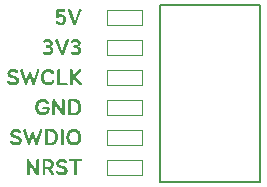
<source format=gto>
G04 #@! TF.GenerationSoftware,KiCad,Pcbnew,8.0.7*
G04 #@! TF.CreationDate,2025-01-15T21:05:11+03:00*
G04 #@! TF.ProjectId,Connector,436f6e6e-6563-4746-9f72-2e6b69636164,rev?*
G04 #@! TF.SameCoordinates,Original*
G04 #@! TF.FileFunction,Legend,Top*
G04 #@! TF.FilePolarity,Positive*
%FSLAX46Y46*%
G04 Gerber Fmt 4.6, Leading zero omitted, Abs format (unit mm)*
G04 Created by KiCad (PCBNEW 8.0.7) date 2025-01-15 21:05:11*
%MOMM*%
%LPD*%
G01*
G04 APERTURE LIST*
G04 Aperture macros list*
%AMRoundRect*
0 Rectangle with rounded corners*
0 $1 Rounding radius*
0 $2 $3 $4 $5 $6 $7 $8 $9 X,Y pos of 4 corners*
0 Add a 4 corners polygon primitive as box body*
4,1,4,$2,$3,$4,$5,$6,$7,$8,$9,$2,$3,0*
0 Add four circle primitives for the rounded corners*
1,1,$1+$1,$2,$3*
1,1,$1+$1,$4,$5*
1,1,$1+$1,$6,$7*
1,1,$1+$1,$8,$9*
0 Add four rect primitives between the rounded corners*
20,1,$1+$1,$2,$3,$4,$5,0*
20,1,$1+$1,$4,$5,$6,$7,0*
20,1,$1+$1,$6,$7,$8,$9,0*
20,1,$1+$1,$8,$9,$2,$3,0*%
G04 Aperture macros list end*
%ADD10C,0.120000*%
%ADD11C,0.127000*%
%ADD12C,0.140000*%
%ADD13RoundRect,0.050800X-0.300000X-1.000000X0.300000X-1.000000X0.300000X1.000000X-0.300000X1.000000X0*%
%ADD14RoundRect,0.050800X-0.350000X-2.100000X0.350000X-2.100000X0.350000X2.100000X-0.350000X2.100000X0*%
%ADD15RoundRect,0.050800X-1.500000X0.625000X-1.500000X-0.625000X1.500000X-0.625000X1.500000X0.625000X0*%
G04 APERTURE END LIST*
D10*
G36*
X154587890Y-110691330D02*
G01*
X154587890Y-111467905D01*
X154010177Y-110625267D01*
X153961978Y-110579427D01*
X153906027Y-110567293D01*
X153838405Y-110583800D01*
X153813000Y-110609425D01*
X153788827Y-110673517D01*
X153786035Y-110707508D01*
X153786035Y-111825857D01*
X153802544Y-111893051D01*
X153820752Y-111916188D01*
X153882749Y-111946001D01*
X153907712Y-111947871D01*
X153973690Y-111931846D01*
X153994673Y-111916188D01*
X154026662Y-111856081D01*
X154029389Y-111825857D01*
X154029389Y-111085684D01*
X154603394Y-111889898D01*
X154655638Y-111934052D01*
X154715296Y-111947871D01*
X154781875Y-111929463D01*
X154800571Y-111912143D01*
X154829437Y-111850573D01*
X154831243Y-111825857D01*
X154831243Y-110691330D01*
X154815771Y-110625555D01*
X154794504Y-110599313D01*
X154733550Y-110569215D01*
X154709567Y-110567293D01*
X154643589Y-110583590D01*
X154622606Y-110599313D01*
X154590674Y-110660928D01*
X154587890Y-110691330D01*
G37*
G36*
X155662246Y-110569650D02*
G01*
X155730775Y-110579159D01*
X155799266Y-110598302D01*
X155831045Y-110611064D01*
X155893909Y-110644325D01*
X155947907Y-110685263D01*
X155969973Y-110707850D01*
X156011292Y-110762219D01*
X156042620Y-110824129D01*
X156056739Y-110867699D01*
X156070799Y-110936835D01*
X156075651Y-111009847D01*
X156074067Y-111053509D01*
X156063180Y-111127547D01*
X156041844Y-111195616D01*
X156009925Y-111257582D01*
X155987654Y-111288053D01*
X155940301Y-111336983D01*
X155883340Y-111377804D01*
X155816456Y-111409931D01*
X156029137Y-111694069D01*
X156041402Y-111710882D01*
X156075651Y-111771928D01*
X156085089Y-111833272D01*
X156084075Y-111848237D01*
X156054079Y-111911132D01*
X156029283Y-111932099D01*
X155963412Y-111947871D01*
X155958399Y-111947777D01*
X155893978Y-111925625D01*
X155886182Y-111920001D01*
X155837690Y-111870348D01*
X155549845Y-111452737D01*
X155368172Y-111452737D01*
X155368172Y-111819116D01*
X155365490Y-111849901D01*
X155335478Y-111911132D01*
X155311934Y-111930556D01*
X155246495Y-111947871D01*
X155220395Y-111945591D01*
X155159535Y-111911132D01*
X155139869Y-111884976D01*
X155124818Y-111819116D01*
X155124818Y-111236011D01*
X155368172Y-111236011D01*
X155600066Y-111236011D01*
X155644527Y-111233149D01*
X155709872Y-111214837D01*
X155766234Y-111175678D01*
X155792814Y-111143510D01*
X155819324Y-111077658D01*
X155826230Y-111009847D01*
X155823203Y-110964589D01*
X155804196Y-110898013D01*
X155764549Y-110842330D01*
X155734567Y-110819790D01*
X155668801Y-110792338D01*
X155596359Y-110784020D01*
X155368172Y-110784020D01*
X155368172Y-111236011D01*
X155124818Y-111236011D01*
X155124818Y-110689307D01*
X155127603Y-110660103D01*
X155159535Y-110600325D01*
X155179291Y-110584700D01*
X155246495Y-110567293D01*
X155602089Y-110567293D01*
X155662246Y-110569650D01*
G37*
G36*
X156762906Y-111710247D02*
G01*
X156694237Y-111705838D01*
X156662464Y-111700473D01*
X156596266Y-111681566D01*
X156579548Y-111675193D01*
X156519281Y-111640487D01*
X156513823Y-111636095D01*
X156459240Y-111595712D01*
X156453827Y-111591267D01*
X156409336Y-111565988D01*
X156359114Y-111556213D01*
X156326420Y-111562280D01*
X156289681Y-111581492D01*
X156258672Y-111620590D01*
X156245190Y-111679238D01*
X156266424Y-111743279D01*
X156310915Y-111795522D01*
X156363189Y-111839747D01*
X156380349Y-111851473D01*
X156439215Y-111884513D01*
X156475061Y-111899672D01*
X156541531Y-111921764D01*
X156593031Y-111934389D01*
X156662590Y-111944795D01*
X156733078Y-111947860D01*
X156737964Y-111947871D01*
X156807339Y-111945534D01*
X156878785Y-111936973D01*
X156950024Y-111919376D01*
X156962106Y-111915177D01*
X157029027Y-111888017D01*
X157091231Y-111851214D01*
X157120522Y-111828216D01*
X157170508Y-111776678D01*
X157208423Y-111718390D01*
X157216920Y-111700473D01*
X157239313Y-111635301D01*
X157249416Y-111566743D01*
X157249951Y-111546438D01*
X157245099Y-111474695D01*
X157228807Y-111408008D01*
X157215234Y-111376900D01*
X157176061Y-111318970D01*
X157125971Y-111268443D01*
X157122544Y-111265671D01*
X157063096Y-111226025D01*
X156999333Y-111196888D01*
X156994800Y-111195227D01*
X156926986Y-111171878D01*
X156858963Y-111150987D01*
X156849867Y-111148376D01*
X156780837Y-111129557D01*
X156712757Y-111108343D01*
X156643918Y-111081756D01*
X156606513Y-111062764D01*
X156553423Y-111019487D01*
X156529400Y-110952039D01*
X156529327Y-110947491D01*
X156549142Y-110882631D01*
X156579548Y-110848060D01*
X156643210Y-110815661D01*
X156710047Y-110805891D01*
X156735942Y-110805254D01*
X156803437Y-110809378D01*
X156822902Y-110813006D01*
X156886606Y-110832556D01*
X156935142Y-110855812D01*
X156975588Y-110881092D01*
X157021765Y-110904685D01*
X157078053Y-110914460D01*
X157116477Y-110906708D01*
X157153216Y-110887159D01*
X157182203Y-110850082D01*
X157194000Y-110795480D01*
X157177532Y-110729912D01*
X157176473Y-110727731D01*
X157130093Y-110676162D01*
X157114792Y-110666050D01*
X157053107Y-110631154D01*
X156989936Y-110603903D01*
X156964128Y-110594595D01*
X156895330Y-110578254D01*
X156822885Y-110569568D01*
X156757176Y-110567293D01*
X156686452Y-110570670D01*
X156617967Y-110581228D01*
X156573818Y-110592572D01*
X156506866Y-110616920D01*
X156446776Y-110648506D01*
X156421132Y-110666050D01*
X156369036Y-110713381D01*
X156328407Y-110768647D01*
X156318668Y-110785705D01*
X156292404Y-110853141D01*
X156280887Y-110921652D01*
X156279906Y-110949514D01*
X156284859Y-111019192D01*
X156301795Y-111084775D01*
X156310915Y-111105570D01*
X156345716Y-111165229D01*
X156392146Y-111214776D01*
X156448560Y-111255518D01*
X156509480Y-111287079D01*
X156513823Y-111288928D01*
X156580453Y-111315715D01*
X156646182Y-111335889D01*
X156660779Y-111339824D01*
X156726277Y-111357177D01*
X156793340Y-111376712D01*
X156819195Y-111384652D01*
X156883502Y-111409163D01*
X156923345Y-111429480D01*
X156974577Y-111475060D01*
X156981318Y-111484083D01*
X156998778Y-111551141D01*
X156998845Y-111556213D01*
X156980568Y-111622791D01*
X156979296Y-111624635D01*
X156929368Y-111671901D01*
X156927389Y-111673171D01*
X156862585Y-111698221D01*
X156851889Y-111700473D01*
X156782987Y-111709729D01*
X156762906Y-111710247D01*
G37*
G36*
X158337628Y-110567293D02*
G01*
X157458588Y-110567293D01*
X157390998Y-110583646D01*
X157373650Y-110596280D01*
X157341819Y-110657894D01*
X157340619Y-110675825D01*
X157360960Y-110741157D01*
X157373650Y-110755033D01*
X157436649Y-110782620D01*
X157458588Y-110784020D01*
X157777442Y-110784020D01*
X157777442Y-111821138D01*
X157793144Y-111888659D01*
X157810137Y-111911806D01*
X157869570Y-111945057D01*
X157899119Y-111947871D01*
X157964449Y-111930924D01*
X157987765Y-111911806D01*
X158018049Y-111851574D01*
X158020796Y-111821138D01*
X158020796Y-110784020D01*
X158337628Y-110784020D01*
X158403605Y-110768996D01*
X158424588Y-110755033D01*
X158456085Y-110693600D01*
X158457283Y-110675825D01*
X158437102Y-110610159D01*
X158424588Y-110596280D01*
X158362591Y-110569121D01*
X158337628Y-110567293D01*
G37*
G36*
X155578495Y-106134439D02*
G01*
X155240429Y-106134439D01*
X155174094Y-106148190D01*
X155151447Y-106163426D01*
X155119644Y-106225213D01*
X155118415Y-106242971D01*
X155140513Y-106308576D01*
X155151447Y-106320156D01*
X155214012Y-106347316D01*
X155240429Y-106349143D01*
X155476031Y-106349143D01*
X155466322Y-106419789D01*
X155440876Y-106486739D01*
X155400181Y-106541833D01*
X155385026Y-106556095D01*
X155324985Y-106594950D01*
X155261018Y-106617844D01*
X155187363Y-106629065D01*
X155151447Y-106630247D01*
X155080140Y-106623780D01*
X155013091Y-106604828D01*
X154994716Y-106597216D01*
X154935737Y-106563460D01*
X154881271Y-106515990D01*
X154871354Y-106505200D01*
X154829963Y-106449572D01*
X154797692Y-106384774D01*
X154790123Y-106364648D01*
X154771404Y-106295697D01*
X154762536Y-106227131D01*
X154761137Y-106184997D01*
X154763953Y-106116724D01*
X154773777Y-106046797D01*
X154786079Y-105997595D01*
X154811886Y-105932862D01*
X154848575Y-105872170D01*
X154863601Y-105852324D01*
X154911815Y-105803966D01*
X154969391Y-105766833D01*
X154987301Y-105758286D01*
X155054050Y-105736032D01*
X155122959Y-105726109D01*
X155151447Y-105725254D01*
X155223303Y-105730871D01*
X155292161Y-105749298D01*
X155325367Y-105764353D01*
X155383675Y-105804132D01*
X155433118Y-105851623D01*
X155450752Y-105872210D01*
X155503369Y-105916289D01*
X155505017Y-105917039D01*
X155562991Y-105930858D01*
X155627652Y-105908579D01*
X155640177Y-105897489D01*
X155670575Y-105835314D01*
X155671186Y-105813226D01*
X155657703Y-105746826D01*
X155618831Y-105691407D01*
X155601415Y-105675033D01*
X155551594Y-105627882D01*
X155493896Y-105583561D01*
X155434799Y-105548433D01*
X155394800Y-105530099D01*
X155324443Y-105507327D01*
X155255329Y-105494226D01*
X155180681Y-105487944D01*
X155145717Y-105487293D01*
X155072005Y-105491018D01*
X155001058Y-105502370D01*
X154932920Y-105521622D01*
X154896296Y-105535829D01*
X154833418Y-105566687D01*
X154775063Y-105604058D01*
X154721278Y-105647899D01*
X154693389Y-105675033D01*
X154648907Y-105729026D01*
X154609909Y-105789493D01*
X154576440Y-105856029D01*
X154560252Y-105895467D01*
X154538733Y-105962004D01*
X154523597Y-106032143D01*
X154514655Y-106105821D01*
X154511716Y-106182975D01*
X154514623Y-106258375D01*
X154523344Y-106330647D01*
X154537880Y-106399443D01*
X154558230Y-106464416D01*
X154588282Y-106533694D01*
X154623539Y-106596638D01*
X154664405Y-106653473D01*
X154689681Y-106682491D01*
X154739592Y-106729515D01*
X154794517Y-106769676D01*
X154853871Y-106803468D01*
X154888544Y-106819672D01*
X154955286Y-106843363D01*
X155024902Y-106858936D01*
X155097708Y-106866750D01*
X155139650Y-106867871D01*
X155207503Y-106865048D01*
X155279148Y-106855231D01*
X155345655Y-106838555D01*
X155387048Y-106823717D01*
X155451201Y-106793106D01*
X155509392Y-106755707D01*
X155561189Y-106711642D01*
X155570743Y-106702040D01*
X155618297Y-106645214D01*
X155657159Y-106582160D01*
X155684668Y-106519019D01*
X155705997Y-106451381D01*
X155719427Y-106380879D01*
X155724956Y-106308007D01*
X155725114Y-106293192D01*
X155716770Y-106224298D01*
X155694442Y-106177245D01*
X155634171Y-106140340D01*
X155578495Y-106134439D01*
G37*
G36*
X156767963Y-105611330D02*
G01*
X156767963Y-106387905D01*
X156190250Y-105545267D01*
X156142052Y-105499427D01*
X156086100Y-105487293D01*
X156018479Y-105503800D01*
X155993073Y-105529425D01*
X155968900Y-105593517D01*
X155966109Y-105627508D01*
X155966109Y-106745857D01*
X155982617Y-106813051D01*
X156000825Y-106836188D01*
X156062823Y-106866001D01*
X156087786Y-106867871D01*
X156153763Y-106851846D01*
X156174746Y-106836188D01*
X156206736Y-106776081D01*
X156209463Y-106745857D01*
X156209463Y-106005684D01*
X156783468Y-106809898D01*
X156835711Y-106854052D01*
X156895370Y-106867871D01*
X156961948Y-106849463D01*
X156980645Y-106832143D01*
X157009510Y-106770573D01*
X157011317Y-106745857D01*
X157011317Y-105611330D01*
X156995844Y-105545555D01*
X156974578Y-105519313D01*
X156913623Y-105489215D01*
X156889640Y-105487293D01*
X156823662Y-105503590D01*
X156802680Y-105519313D01*
X156770747Y-105580928D01*
X156767963Y-105611330D01*
G37*
G36*
X157847234Y-105488429D02*
G01*
X157919142Y-105496196D01*
X157986921Y-105511322D01*
X158050795Y-105533807D01*
X158064757Y-105540131D01*
X158130608Y-105575802D01*
X158189719Y-105618582D01*
X158241905Y-105668966D01*
X158265554Y-105697780D01*
X158303866Y-105754648D01*
X158336669Y-105817795D01*
X158363919Y-105887041D01*
X158382784Y-105952914D01*
X158396024Y-106022453D01*
X158403828Y-106095404D01*
X158406388Y-106171515D01*
X158403512Y-106247537D01*
X158395012Y-106320114D01*
X158381077Y-106389595D01*
X158361897Y-106456327D01*
X158347336Y-106496243D01*
X158316420Y-106563138D01*
X158279876Y-106623895D01*
X158238197Y-106678783D01*
X158228268Y-106689815D01*
X158174678Y-106740318D01*
X158114743Y-106782971D01*
X158048772Y-106817650D01*
X158013784Y-106831968D01*
X157948018Y-106851794D01*
X157878593Y-106863822D01*
X157805419Y-106867871D01*
X157426569Y-106867871D01*
X157395781Y-106865749D01*
X157333879Y-106835177D01*
X157318642Y-106812529D01*
X157304892Y-106746194D01*
X157304892Y-106653504D01*
X157548246Y-106653504D01*
X157789914Y-106653504D01*
X157806575Y-106653186D01*
X157878784Y-106643534D01*
X157946308Y-106619124D01*
X157954938Y-106614775D01*
X158013825Y-106574756D01*
X158062255Y-106521378D01*
X158076222Y-106500743D01*
X158109291Y-106436790D01*
X158132025Y-106369029D01*
X158145427Y-106311882D01*
X158154151Y-106244398D01*
X158156967Y-106171515D01*
X158153530Y-106092633D01*
X158143263Y-106020510D01*
X158126233Y-105955079D01*
X158097906Y-105887111D01*
X158060569Y-105828056D01*
X158048203Y-105812888D01*
X157991659Y-105762248D01*
X157924047Y-105727471D01*
X157856080Y-105709854D01*
X157780140Y-105704020D01*
X157548246Y-105704020D01*
X157548246Y-106653504D01*
X157304892Y-106653504D01*
X157304892Y-105609307D01*
X157306751Y-105582890D01*
X157335901Y-105520325D01*
X157362474Y-105500542D01*
X157428591Y-105487293D01*
X157805419Y-105487293D01*
X157847234Y-105488429D01*
G37*
G36*
X152638700Y-104090247D02*
G01*
X152570031Y-104085838D01*
X152538258Y-104080473D01*
X152472060Y-104061566D01*
X152455342Y-104055193D01*
X152395075Y-104020487D01*
X152389617Y-104016095D01*
X152335034Y-103975712D01*
X152329621Y-103971267D01*
X152285130Y-103945988D01*
X152234908Y-103936213D01*
X152202214Y-103942280D01*
X152165475Y-103961492D01*
X152134466Y-104000590D01*
X152120984Y-104059238D01*
X152142218Y-104123279D01*
X152186710Y-104175522D01*
X152238983Y-104219747D01*
X152256143Y-104231473D01*
X152315009Y-104264513D01*
X152350855Y-104279672D01*
X152417325Y-104301764D01*
X152468825Y-104314389D01*
X152538384Y-104324795D01*
X152608872Y-104327860D01*
X152613758Y-104327871D01*
X152683133Y-104325534D01*
X152754579Y-104316973D01*
X152825818Y-104299376D01*
X152837900Y-104295177D01*
X152904821Y-104268017D01*
X152967025Y-104231214D01*
X152996316Y-104208216D01*
X153046303Y-104156678D01*
X153084217Y-104098390D01*
X153092714Y-104080473D01*
X153115107Y-104015301D01*
X153125211Y-103946743D01*
X153125745Y-103926438D01*
X153120893Y-103854695D01*
X153104601Y-103788008D01*
X153091028Y-103756900D01*
X153051855Y-103698970D01*
X153001765Y-103648443D01*
X152998338Y-103645671D01*
X152938890Y-103606025D01*
X152875127Y-103576888D01*
X152870594Y-103575227D01*
X152802780Y-103551878D01*
X152734757Y-103530987D01*
X152725661Y-103528376D01*
X152656631Y-103509557D01*
X152588551Y-103488343D01*
X152519713Y-103461756D01*
X152482307Y-103442764D01*
X152429217Y-103399487D01*
X152405194Y-103332039D01*
X152405121Y-103327491D01*
X152424936Y-103262631D01*
X152455342Y-103228060D01*
X152519004Y-103195661D01*
X152585841Y-103185891D01*
X152611736Y-103185254D01*
X152679231Y-103189378D01*
X152698696Y-103193006D01*
X152762400Y-103212556D01*
X152810936Y-103235812D01*
X152851382Y-103261092D01*
X152897559Y-103284685D01*
X152953847Y-103294460D01*
X152992271Y-103286708D01*
X153029010Y-103267159D01*
X153057997Y-103230082D01*
X153069794Y-103175480D01*
X153053326Y-103109912D01*
X153052267Y-103107731D01*
X153005887Y-103056162D01*
X152990586Y-103046050D01*
X152928901Y-103011154D01*
X152865730Y-102983903D01*
X152839922Y-102974595D01*
X152771124Y-102958254D01*
X152698679Y-102949568D01*
X152632971Y-102947293D01*
X152562246Y-102950670D01*
X152493762Y-102961228D01*
X152449613Y-102972572D01*
X152382660Y-102996920D01*
X152322571Y-103028506D01*
X152296927Y-103046050D01*
X152244830Y-103093381D01*
X152204201Y-103148647D01*
X152194462Y-103165705D01*
X152168198Y-103233141D01*
X152156682Y-103301652D01*
X152155700Y-103329514D01*
X152160653Y-103399192D01*
X152177589Y-103464775D01*
X152186710Y-103485570D01*
X152221510Y-103545229D01*
X152267940Y-103594776D01*
X152324354Y-103635518D01*
X152385274Y-103667079D01*
X152389617Y-103668928D01*
X152456247Y-103695715D01*
X152521976Y-103715889D01*
X152536573Y-103719824D01*
X152602071Y-103737177D01*
X152669134Y-103756712D01*
X152694989Y-103764652D01*
X152759296Y-103789163D01*
X152799139Y-103809480D01*
X152850371Y-103855060D01*
X152857112Y-103864083D01*
X152874572Y-103931141D01*
X152874639Y-103936213D01*
X152856362Y-104002791D01*
X152855090Y-104004635D01*
X152805162Y-104051901D01*
X152803183Y-104053171D01*
X152738379Y-104078221D01*
X152727683Y-104080473D01*
X152658781Y-104089729D01*
X152638700Y-104090247D01*
G37*
G36*
X154624966Y-103043354D02*
G01*
X154364086Y-103893744D01*
X154165223Y-103263451D01*
X154136035Y-103202453D01*
X154130506Y-103195366D01*
X154068572Y-103168122D01*
X154052984Y-103167390D01*
X153986468Y-103187569D01*
X153977821Y-103195366D01*
X153942812Y-103253821D01*
X153939059Y-103263451D01*
X153741882Y-103893744D01*
X153477294Y-103049421D01*
X153446320Y-102989058D01*
X153438532Y-102979313D01*
X153378149Y-102948040D01*
X153363369Y-102947293D01*
X153295950Y-102962875D01*
X153270679Y-102983358D01*
X153236867Y-103042907D01*
X153235625Y-103057510D01*
X153246194Y-103124776D01*
X153251130Y-103141437D01*
X153625935Y-104241922D01*
X153662878Y-104300956D01*
X153728204Y-104327543D01*
X153738174Y-104327871D01*
X153803900Y-104305962D01*
X153845493Y-104249637D01*
X153848391Y-104241922D01*
X154045232Y-103613651D01*
X154242409Y-104241922D01*
X154278174Y-104300892D01*
X154286900Y-104307985D01*
X154351677Y-104327803D01*
X154356333Y-104327871D01*
X154422059Y-104307985D01*
X154464639Y-104252806D01*
X154468573Y-104241922D01*
X154843378Y-103137392D01*
X154854838Y-103089530D01*
X154858883Y-103055488D01*
X154836842Y-102990694D01*
X154820121Y-102975269D01*
X154756662Y-102948720D01*
X154736869Y-102947293D01*
X154672921Y-102970293D01*
X154665413Y-102977291D01*
X154627813Y-103036161D01*
X154624966Y-103043354D01*
G37*
G36*
X155930381Y-103362545D02*
G01*
X155972850Y-103389847D01*
X156015319Y-103397936D01*
X156054080Y-103389847D01*
X156090819Y-103368612D01*
X156119806Y-103331536D01*
X156129243Y-103280641D01*
X156121491Y-103232105D01*
X156098234Y-103181209D01*
X156053682Y-103127732D01*
X156042283Y-103115484D01*
X155989441Y-103069548D01*
X155943863Y-103038298D01*
X155881588Y-103005415D01*
X155814461Y-102979536D01*
X155798929Y-102974595D01*
X155732074Y-102958254D01*
X155664638Y-102949568D01*
X155605797Y-102947293D01*
X155537712Y-102950548D01*
X155464754Y-102961830D01*
X155395996Y-102980920D01*
X155352668Y-102997851D01*
X155290071Y-103029034D01*
X155232827Y-103067081D01*
X155180532Y-103111496D01*
X155153469Y-103138741D01*
X155109459Y-103192669D01*
X155071849Y-103253001D01*
X155040637Y-103319422D01*
X155026062Y-103358838D01*
X155005712Y-103424732D01*
X154991177Y-103493660D01*
X154982455Y-103565874D01*
X154979548Y-103641627D01*
X154982455Y-103717712D01*
X154991177Y-103790479D01*
X155005712Y-103859517D01*
X155026062Y-103924416D01*
X155053719Y-103992422D01*
X155087775Y-104054785D01*
X155128229Y-104111458D01*
X155153469Y-104140468D01*
X155203189Y-104187883D01*
X155257633Y-104228854D01*
X155317207Y-104263336D01*
X155352668Y-104279672D01*
X155418427Y-104303363D01*
X155488625Y-104318936D01*
X155562902Y-104326750D01*
X155605797Y-104327871D01*
X155675668Y-104324707D01*
X155746223Y-104313972D01*
X155781402Y-104304951D01*
X155845831Y-104282444D01*
X155907099Y-104253412D01*
X155918584Y-104246978D01*
X155975577Y-104210065D01*
X156019026Y-104173500D01*
X156068691Y-104125120D01*
X156088797Y-104102044D01*
X156117784Y-104049463D01*
X156125536Y-104000590D01*
X156103311Y-103935846D01*
X156096549Y-103926438D01*
X156037856Y-103890618D01*
X156021049Y-103889362D01*
X155956581Y-103910802D01*
X155941841Y-103924416D01*
X155895334Y-103974713D01*
X155843044Y-104019965D01*
X155802637Y-104047441D01*
X155738806Y-104075494D01*
X155670005Y-104088287D01*
X155625009Y-104090247D01*
X155552686Y-104084664D01*
X155486788Y-104068274D01*
X155458841Y-104057216D01*
X155397518Y-104023597D01*
X155345945Y-103979817D01*
X155333119Y-103965537D01*
X155293809Y-103909769D01*
X155262941Y-103845097D01*
X155255934Y-103824985D01*
X155238813Y-103755578D01*
X155230348Y-103686357D01*
X155228969Y-103643649D01*
X155232338Y-103575226D01*
X155243242Y-103505391D01*
X155255934Y-103456246D01*
X155281011Y-103391925D01*
X155316540Y-103331675D01*
X155331434Y-103311987D01*
X155381548Y-103260757D01*
X155440495Y-103222441D01*
X155449066Y-103218286D01*
X155513405Y-103195892D01*
X155584325Y-103185789D01*
X155605797Y-103185254D01*
X155675413Y-103190175D01*
X155711969Y-103198736D01*
X155775483Y-103224853D01*
X155794885Y-103235812D01*
X155850430Y-103276991D01*
X155864655Y-103290415D01*
X155912074Y-103341298D01*
X155930381Y-103362545D01*
G37*
G36*
X156484837Y-104327871D02*
G01*
X157124230Y-104327871D01*
X157190412Y-104313120D01*
X157211190Y-104299221D01*
X157242993Y-104237608D01*
X157244222Y-104219676D01*
X157223746Y-104154344D01*
X157211190Y-104140468D01*
X157146363Y-104114882D01*
X157124230Y-104113504D01*
X156604491Y-104113504D01*
X156604491Y-103074363D01*
X156588789Y-103006185D01*
X156571797Y-102981673D01*
X156512018Y-102950128D01*
X156482814Y-102947293D01*
X156415610Y-102965348D01*
X156395854Y-102981673D01*
X156363922Y-103043882D01*
X156361137Y-103074363D01*
X156361137Y-104206194D01*
X156378544Y-104273398D01*
X156394169Y-104293154D01*
X156456592Y-104325717D01*
X156484837Y-104327871D01*
G37*
G36*
X158383805Y-104095977D02*
G01*
X157964509Y-103595787D01*
X158347066Y-103153571D01*
X158376053Y-103103350D01*
X158381783Y-103059533D01*
X158361827Y-102995041D01*
X158351111Y-102981336D01*
X158288916Y-102949010D01*
X158267858Y-102947293D01*
X158213929Y-102959427D01*
X158169438Y-102997514D01*
X157680371Y-103565789D01*
X157680371Y-103077396D01*
X157666041Y-103010822D01*
X157647677Y-102983358D01*
X157588243Y-102950165D01*
X157558694Y-102947293D01*
X157492618Y-102964389D01*
X157470049Y-102983358D01*
X157439764Y-103046745D01*
X157437017Y-103077396D01*
X157437017Y-104198105D01*
X157451592Y-104264451D01*
X157470049Y-104292143D01*
X157529210Y-104325064D01*
X157558694Y-104327871D01*
X157625029Y-104311034D01*
X157647677Y-104292143D01*
X157677689Y-104228552D01*
X157680371Y-104198105D01*
X157680371Y-103895766D01*
X157788566Y-103771730D01*
X158217637Y-104282032D01*
X158273807Y-104321277D01*
X158316057Y-104327871D01*
X158354818Y-104320119D01*
X158393580Y-104296188D01*
X158424252Y-104256078D01*
X158436049Y-104201812D01*
X158426274Y-104153951D01*
X158385779Y-104098209D01*
X158383805Y-104095977D01*
G37*
G36*
X155580854Y-100946581D02*
G01*
X155513443Y-100946581D01*
X155444350Y-100959784D01*
X155418731Y-100973883D01*
X155380480Y-101030334D01*
X155377947Y-101055113D01*
X155400191Y-101121249D01*
X155414686Y-101136006D01*
X155474940Y-101166291D01*
X155501646Y-101169038D01*
X155586584Y-101169038D01*
X155657771Y-101176343D01*
X155722842Y-101202845D01*
X155745000Y-101219933D01*
X155784267Y-101278876D01*
X155797193Y-101348622D01*
X155797244Y-101353744D01*
X155785887Y-101422120D01*
X155748990Y-101481758D01*
X155729833Y-101499352D01*
X155668934Y-101535116D01*
X155600870Y-101551713D01*
X155555912Y-101554292D01*
X155487869Y-101549784D01*
X155430191Y-101536428D01*
X155366636Y-101506792D01*
X155321996Y-101475758D01*
X155262000Y-101455872D01*
X155195865Y-101474895D01*
X155181107Y-101487555D01*
X155147743Y-101547801D01*
X155146053Y-101567774D01*
X155167004Y-101634372D01*
X155200319Y-101672261D01*
X155256445Y-101711507D01*
X155317156Y-101742790D01*
X155360757Y-101759221D01*
X155430083Y-101776729D01*
X155501265Y-101785624D01*
X155565350Y-101787871D01*
X155633160Y-101784430D01*
X155702905Y-101772369D01*
X155752752Y-101757199D01*
X155814720Y-101729933D01*
X155874594Y-101692272D01*
X155903753Y-101668216D01*
X155950831Y-101618971D01*
X155989178Y-101561601D01*
X156004196Y-101532720D01*
X156026577Y-101464249D01*
X156037226Y-101395638D01*
X156038912Y-101353744D01*
X156032739Y-101283368D01*
X156025430Y-101251616D01*
X155999355Y-101188290D01*
X155980939Y-101157241D01*
X155935865Y-101106773D01*
X155907461Y-101084100D01*
X155846589Y-101052237D01*
X155799266Y-101037586D01*
X155860030Y-101006291D01*
X155914355Y-100960948D01*
X155946222Y-100919954D01*
X155977670Y-100854600D01*
X155992775Y-100784699D01*
X155994421Y-100750752D01*
X155986879Y-100682962D01*
X155963412Y-100617953D01*
X155924777Y-100560316D01*
X155874766Y-100509758D01*
X155817076Y-100470250D01*
X155753809Y-100440158D01*
X155739270Y-100434595D01*
X155672860Y-100417208D01*
X155600704Y-100408311D01*
X155565350Y-100407293D01*
X155497403Y-100411072D01*
X155449403Y-100419090D01*
X155383166Y-100437688D01*
X155356713Y-100448077D01*
X155294565Y-100477400D01*
X155285257Y-100482794D01*
X155240766Y-100515825D01*
X155195769Y-100567394D01*
X155181107Y-100621997D01*
X155204570Y-100685719D01*
X155213801Y-100695138D01*
X155275896Y-100723345D01*
X155285257Y-100723788D01*
X155351162Y-100702268D01*
X155353005Y-100700868D01*
X155413731Y-100665241D01*
X155445695Y-100652669D01*
X155513576Y-100639451D01*
X155553890Y-100637502D01*
X155621056Y-100644921D01*
X155683154Y-100671436D01*
X155696801Y-100681656D01*
X155735830Y-100736800D01*
X155747022Y-100794907D01*
X155732763Y-100861100D01*
X155706576Y-100900742D01*
X155645863Y-100937844D01*
X155580854Y-100946581D01*
G37*
G36*
X157151531Y-100483468D02*
G01*
X156799983Y-101399921D01*
X156440345Y-100491557D01*
X156402717Y-100433908D01*
X156336409Y-100407621D01*
X156326420Y-100407293D01*
X156262025Y-100428386D01*
X156245190Y-100441336D01*
X156210684Y-100501200D01*
X156208451Y-100525600D01*
X156212496Y-100557620D01*
X156218226Y-100583573D01*
X156666509Y-101686080D01*
X156699830Y-101745044D01*
X156714708Y-101759895D01*
X156777329Y-101787160D01*
X156792230Y-101787871D01*
X156857562Y-101770616D01*
X156871438Y-101759895D01*
X156908735Y-101702501D01*
X156915593Y-101686080D01*
X157356124Y-100589640D01*
X157367921Y-100553575D01*
X157373651Y-100513466D01*
X157355023Y-100448672D01*
X157340956Y-100433246D01*
X157276400Y-100408836D01*
X157249951Y-100407293D01*
X157186248Y-100431561D01*
X157151531Y-100483468D01*
G37*
G36*
X157938892Y-100946581D02*
G01*
X157871481Y-100946581D01*
X157802388Y-100959784D01*
X157776768Y-100973883D01*
X157738518Y-101030334D01*
X157735985Y-101055113D01*
X157758229Y-101121249D01*
X157772724Y-101136006D01*
X157832978Y-101166291D01*
X157859684Y-101169038D01*
X157944622Y-101169038D01*
X158015808Y-101176343D01*
X158080880Y-101202845D01*
X158103038Y-101219933D01*
X158142305Y-101278876D01*
X158155231Y-101348622D01*
X158155281Y-101353744D01*
X158143925Y-101422120D01*
X158107028Y-101481758D01*
X158087870Y-101499352D01*
X158026971Y-101535116D01*
X157958907Y-101551713D01*
X157913950Y-101554292D01*
X157845907Y-101549784D01*
X157788228Y-101536428D01*
X157724674Y-101506792D01*
X157680034Y-101475758D01*
X157620038Y-101455872D01*
X157553902Y-101474895D01*
X157539145Y-101487555D01*
X157505781Y-101547801D01*
X157504091Y-101567774D01*
X157525042Y-101634372D01*
X157558357Y-101672261D01*
X157614482Y-101711507D01*
X157675194Y-101742790D01*
X157718795Y-101759221D01*
X157788121Y-101776729D01*
X157859303Y-101785624D01*
X157923387Y-101787871D01*
X157991198Y-101784430D01*
X158060943Y-101772369D01*
X158110790Y-101757199D01*
X158172758Y-101729933D01*
X158232631Y-101692272D01*
X158261791Y-101668216D01*
X158308868Y-101618971D01*
X158347216Y-101561601D01*
X158362233Y-101532720D01*
X158384614Y-101464249D01*
X158395263Y-101395638D01*
X158396950Y-101353744D01*
X158390777Y-101283368D01*
X158383468Y-101251616D01*
X158357392Y-101188290D01*
X158338976Y-101157241D01*
X158293902Y-101106773D01*
X158265498Y-101084100D01*
X158204627Y-101052237D01*
X158157304Y-101037586D01*
X158218068Y-101006291D01*
X158272393Y-100960948D01*
X158304260Y-100919954D01*
X158335708Y-100854600D01*
X158350812Y-100784699D01*
X158352459Y-100750752D01*
X158344917Y-100682962D01*
X158321450Y-100617953D01*
X158282815Y-100560316D01*
X158232804Y-100509758D01*
X158175113Y-100470250D01*
X158111847Y-100440158D01*
X158097308Y-100434595D01*
X158030898Y-100417208D01*
X157958741Y-100408311D01*
X157923387Y-100407293D01*
X157855440Y-100411072D01*
X157807440Y-100419090D01*
X157741204Y-100437688D01*
X157714750Y-100448077D01*
X157652603Y-100477400D01*
X157643295Y-100482794D01*
X157598803Y-100515825D01*
X157553807Y-100567394D01*
X157539145Y-100621997D01*
X157562608Y-100685719D01*
X157571839Y-100695138D01*
X157633934Y-100723345D01*
X157643295Y-100723788D01*
X157709200Y-100702268D01*
X157711043Y-100700868D01*
X157771768Y-100665241D01*
X157803733Y-100652669D01*
X157871613Y-100639451D01*
X157911928Y-100637502D01*
X157979094Y-100644921D01*
X158041192Y-100671436D01*
X158054839Y-100681656D01*
X158093868Y-100736800D01*
X158105060Y-100794907D01*
X158090801Y-100861100D01*
X158064614Y-100900742D01*
X158003901Y-100937844D01*
X157938892Y-100946581D01*
G37*
G36*
X152885424Y-109170247D02*
G01*
X152816755Y-109165838D01*
X152784982Y-109160473D01*
X152718784Y-109141566D01*
X152702066Y-109135193D01*
X152641799Y-109100487D01*
X152636341Y-109096095D01*
X152581758Y-109055712D01*
X152576345Y-109051267D01*
X152531854Y-109025988D01*
X152481632Y-109016213D01*
X152448938Y-109022280D01*
X152412199Y-109041492D01*
X152381190Y-109080590D01*
X152367708Y-109139238D01*
X152388942Y-109203279D01*
X152433434Y-109255522D01*
X152485707Y-109299747D01*
X152502867Y-109311473D01*
X152561733Y-109344513D01*
X152597579Y-109359672D01*
X152664049Y-109381764D01*
X152715549Y-109394389D01*
X152785108Y-109404795D01*
X152855596Y-109407860D01*
X152860482Y-109407871D01*
X152929857Y-109405534D01*
X153001303Y-109396973D01*
X153072542Y-109379376D01*
X153084624Y-109375177D01*
X153151545Y-109348017D01*
X153213749Y-109311214D01*
X153243040Y-109288216D01*
X153293027Y-109236678D01*
X153330941Y-109178390D01*
X153339438Y-109160473D01*
X153361831Y-109095301D01*
X153371935Y-109026743D01*
X153372469Y-109006438D01*
X153367617Y-108934695D01*
X153351325Y-108868008D01*
X153337752Y-108836900D01*
X153298579Y-108778970D01*
X153248489Y-108728443D01*
X153245062Y-108725671D01*
X153185614Y-108686025D01*
X153121851Y-108656888D01*
X153117318Y-108655227D01*
X153049504Y-108631878D01*
X152981481Y-108610987D01*
X152972385Y-108608376D01*
X152903355Y-108589557D01*
X152835275Y-108568343D01*
X152766437Y-108541756D01*
X152729031Y-108522764D01*
X152675941Y-108479487D01*
X152651918Y-108412039D01*
X152651845Y-108407491D01*
X152671660Y-108342631D01*
X152702066Y-108308060D01*
X152765728Y-108275661D01*
X152832565Y-108265891D01*
X152858460Y-108265254D01*
X152925955Y-108269378D01*
X152945420Y-108273006D01*
X153009124Y-108292556D01*
X153057660Y-108315812D01*
X153098106Y-108341092D01*
X153144283Y-108364685D01*
X153200571Y-108374460D01*
X153238995Y-108366708D01*
X153275734Y-108347159D01*
X153304721Y-108310082D01*
X153316518Y-108255480D01*
X153300050Y-108189912D01*
X153298991Y-108187731D01*
X153252611Y-108136162D01*
X153237310Y-108126050D01*
X153175625Y-108091154D01*
X153112454Y-108063903D01*
X153086646Y-108054595D01*
X153017848Y-108038254D01*
X152945403Y-108029568D01*
X152879695Y-108027293D01*
X152808970Y-108030670D01*
X152740486Y-108041228D01*
X152696337Y-108052572D01*
X152629384Y-108076920D01*
X152569295Y-108108506D01*
X152543651Y-108126050D01*
X152491554Y-108173381D01*
X152450925Y-108228647D01*
X152441186Y-108245705D01*
X152414922Y-108313141D01*
X152403406Y-108381652D01*
X152402424Y-108409514D01*
X152407377Y-108479192D01*
X152424313Y-108544775D01*
X152433434Y-108565570D01*
X152468234Y-108625229D01*
X152514664Y-108674776D01*
X152571078Y-108715518D01*
X152631998Y-108747079D01*
X152636341Y-108748928D01*
X152702971Y-108775715D01*
X152768700Y-108795889D01*
X152783297Y-108799824D01*
X152848795Y-108817177D01*
X152915858Y-108836712D01*
X152941713Y-108844652D01*
X153006020Y-108869163D01*
X153045863Y-108889480D01*
X153097095Y-108935060D01*
X153103836Y-108944083D01*
X153121296Y-109011141D01*
X153121363Y-109016213D01*
X153103086Y-109082791D01*
X153101814Y-109084635D01*
X153051886Y-109131901D01*
X153049907Y-109133171D01*
X152985103Y-109158221D01*
X152974407Y-109160473D01*
X152905505Y-109169729D01*
X152885424Y-109170247D01*
G37*
G36*
X154871690Y-108123354D02*
G01*
X154610810Y-108973744D01*
X154411947Y-108343451D01*
X154382759Y-108282453D01*
X154377230Y-108275366D01*
X154315296Y-108248122D01*
X154299708Y-108247390D01*
X154233192Y-108267569D01*
X154224545Y-108275366D01*
X154189536Y-108333821D01*
X154185783Y-108343451D01*
X153988606Y-108973744D01*
X153724018Y-108129421D01*
X153693044Y-108069058D01*
X153685256Y-108059313D01*
X153624873Y-108028040D01*
X153610093Y-108027293D01*
X153542674Y-108042875D01*
X153517403Y-108063358D01*
X153483591Y-108122907D01*
X153482349Y-108137510D01*
X153492918Y-108204776D01*
X153497854Y-108221437D01*
X153872659Y-109321922D01*
X153909602Y-109380956D01*
X153974928Y-109407543D01*
X153984898Y-109407871D01*
X154050624Y-109385962D01*
X154092217Y-109329637D01*
X154095115Y-109321922D01*
X154291956Y-108693651D01*
X154489133Y-109321922D01*
X154524898Y-109380892D01*
X154533624Y-109387985D01*
X154598401Y-109407803D01*
X154603057Y-109407871D01*
X154668783Y-109387985D01*
X154711363Y-109332806D01*
X154715297Y-109321922D01*
X155090102Y-108217392D01*
X155101562Y-108169530D01*
X155105607Y-108135488D01*
X155083566Y-108070694D01*
X155066845Y-108055269D01*
X155003386Y-108028720D01*
X154983593Y-108027293D01*
X154919645Y-108050293D01*
X154912137Y-108057291D01*
X154874537Y-108116161D01*
X154871690Y-108123354D01*
G37*
G36*
X155859957Y-108028429D02*
G01*
X155931865Y-108036196D01*
X155999643Y-108051322D01*
X156063517Y-108073807D01*
X156077480Y-108080131D01*
X156143330Y-108115802D01*
X156202441Y-108158582D01*
X156254628Y-108208966D01*
X156278276Y-108237780D01*
X156316588Y-108294648D01*
X156349392Y-108357795D01*
X156376641Y-108427041D01*
X156395506Y-108492914D01*
X156408746Y-108562453D01*
X156416551Y-108635404D01*
X156419110Y-108711515D01*
X156416235Y-108787537D01*
X156407735Y-108860114D01*
X156393800Y-108929595D01*
X156374619Y-108996327D01*
X156360058Y-109036243D01*
X156329143Y-109103138D01*
X156292598Y-109163895D01*
X156250920Y-109218783D01*
X156240990Y-109229815D01*
X156187400Y-109280318D01*
X156127466Y-109322971D01*
X156061495Y-109357650D01*
X156026506Y-109371968D01*
X155960741Y-109391794D01*
X155891316Y-109403822D01*
X155818141Y-109407871D01*
X155439291Y-109407871D01*
X155408503Y-109405749D01*
X155346601Y-109375177D01*
X155331365Y-109352529D01*
X155317614Y-109286194D01*
X155317614Y-109193504D01*
X155560968Y-109193504D01*
X155802637Y-109193504D01*
X155819298Y-109193186D01*
X155891507Y-109183534D01*
X155959030Y-109159124D01*
X155967661Y-109154775D01*
X156026547Y-109114756D01*
X156074977Y-109061378D01*
X156088945Y-109040743D01*
X156122013Y-108976790D01*
X156144748Y-108909029D01*
X156158150Y-108851882D01*
X156166873Y-108784398D01*
X156169690Y-108711515D01*
X156166253Y-108632633D01*
X156155986Y-108560510D01*
X156138956Y-108495079D01*
X156110628Y-108427111D01*
X156073292Y-108368056D01*
X156060926Y-108352888D01*
X156004381Y-108302248D01*
X155936769Y-108267471D01*
X155868803Y-108249854D01*
X155792862Y-108244020D01*
X155560968Y-108244020D01*
X155560968Y-109193504D01*
X155317614Y-109193504D01*
X155317614Y-108149307D01*
X155319473Y-108122890D01*
X155348623Y-108060325D01*
X155375196Y-108040542D01*
X155441314Y-108027293D01*
X155818141Y-108027293D01*
X155859957Y-108028429D01*
G37*
G36*
X156660442Y-108153352D02*
G01*
X156660442Y-109281812D01*
X156676951Y-109349006D01*
X156695159Y-109372143D01*
X156756018Y-109405654D01*
X156782119Y-109407871D01*
X156847558Y-109391034D01*
X156871101Y-109372143D01*
X156901673Y-109308866D01*
X156903796Y-109281812D01*
X156903796Y-108153352D01*
X156888094Y-108085678D01*
X156871101Y-108061336D01*
X156811323Y-108030120D01*
X156782119Y-108027293D01*
X156714915Y-108045222D01*
X156695159Y-108061336D01*
X156663226Y-108123237D01*
X156660442Y-108153352D01*
G37*
G36*
X157818436Y-108028437D02*
G01*
X157893641Y-108036366D01*
X157964697Y-108052073D01*
X158031919Y-108075829D01*
X158067267Y-108092166D01*
X158126786Y-108126648D01*
X158181216Y-108167618D01*
X158230782Y-108215033D01*
X158256029Y-108244176D01*
X158296645Y-108301539D01*
X158331283Y-108364711D01*
X158360211Y-108433108D01*
X158380561Y-108499176D01*
X158395096Y-108568814D01*
X158403817Y-108641803D01*
X158406725Y-108717919D01*
X158403817Y-108793815D01*
X158395096Y-108866518D01*
X158380561Y-108935620D01*
X158360211Y-109000708D01*
X158344828Y-109039316D01*
X158312762Y-109104883D01*
X158274836Y-109164900D01*
X158230782Y-109218783D01*
X158203832Y-109245783D01*
X158151592Y-109289481D01*
X158094363Y-109326800D01*
X158031919Y-109357650D01*
X157987515Y-109374550D01*
X157917772Y-109393519D01*
X157843985Y-109404669D01*
X157774746Y-109407871D01*
X157731864Y-109406617D01*
X157657514Y-109398113D01*
X157586772Y-109381731D01*
X157519595Y-109357650D01*
X157484248Y-109341315D01*
X157424729Y-109306860D01*
X157370299Y-109265986D01*
X157320733Y-109218783D01*
X157295486Y-109189640D01*
X157254869Y-109132277D01*
X157220232Y-109069105D01*
X157191304Y-109000708D01*
X157170954Y-108935620D01*
X157156419Y-108866518D01*
X157147697Y-108793815D01*
X157144790Y-108717919D01*
X157394211Y-108717919D01*
X157396007Y-108766476D01*
X157405090Y-108835796D01*
X157421175Y-108901277D01*
X157428183Y-108922043D01*
X157459050Y-108987714D01*
X157498361Y-109043514D01*
X157504641Y-109051106D01*
X157557081Y-109100590D01*
X157618353Y-109137216D01*
X157640441Y-109146582D01*
X157706951Y-109164664D01*
X157774746Y-109170247D01*
X157796221Y-109169713D01*
X157867437Y-109159609D01*
X157933162Y-109137216D01*
X157942145Y-109133060D01*
X158002662Y-109094744D01*
X158053154Y-109043514D01*
X158068045Y-109024634D01*
X158104554Y-108965464D01*
X158130339Y-108901277D01*
X158141947Y-108858029D01*
X158153393Y-108790036D01*
X158157304Y-108717919D01*
X158155555Y-108668051D01*
X158146573Y-108598037D01*
X158130339Y-108532539D01*
X158123332Y-108512422D01*
X158092464Y-108447395D01*
X158053154Y-108389965D01*
X158046874Y-108382729D01*
X157994434Y-108334703D01*
X157933162Y-108298286D01*
X157910266Y-108288920D01*
X157842677Y-108270838D01*
X157774746Y-108265254D01*
X157753271Y-108265789D01*
X157682055Y-108275892D01*
X157616330Y-108298286D01*
X157607736Y-108302440D01*
X157547707Y-108340454D01*
X157496676Y-108389965D01*
X157481782Y-108409667D01*
X157446253Y-108469694D01*
X157421175Y-108532539D01*
X157408484Y-108581294D01*
X157397580Y-108650048D01*
X157394211Y-108717919D01*
X157144790Y-108717919D01*
X157147697Y-108641803D01*
X157156419Y-108568814D01*
X157170954Y-108499176D01*
X157191304Y-108433108D01*
X157206686Y-108394500D01*
X157238753Y-108328933D01*
X157276679Y-108268916D01*
X157320733Y-108215033D01*
X157347682Y-108187899D01*
X157399923Y-108144058D01*
X157457152Y-108106687D01*
X157519595Y-108075829D01*
X157563986Y-108059084D01*
X157633534Y-108040724D01*
X157706677Y-108030232D01*
X157774746Y-108027293D01*
X157818436Y-108028437D01*
G37*
G36*
X156481465Y-98395122D02*
G01*
X156496970Y-98089750D01*
X156937501Y-98089750D01*
X157003247Y-98069487D01*
X157016709Y-98058741D01*
X157050215Y-97997337D01*
X157051426Y-97979533D01*
X157030281Y-97913101D01*
X157016709Y-97898302D01*
X156953582Y-97868335D01*
X156937501Y-97867293D01*
X156390798Y-97867293D01*
X156324970Y-97884700D01*
X156307545Y-97900325D01*
X156277515Y-97960745D01*
X156274851Y-97981555D01*
X156249571Y-98551852D01*
X156260338Y-98621167D01*
X156276873Y-98647239D01*
X156339034Y-98678197D01*
X156354059Y-98678922D01*
X156420198Y-98663203D01*
X156423492Y-98661058D01*
X156464276Y-98625330D01*
X156517463Y-98581254D01*
X156547191Y-98561964D01*
X156611159Y-98540129D01*
X156668868Y-98536011D01*
X156738070Y-98546960D01*
X156759873Y-98555897D01*
X156817085Y-98593863D01*
X156831329Y-98607466D01*
X156869407Y-98664285D01*
X156877505Y-98682967D01*
X156893665Y-98750057D01*
X156895032Y-98778016D01*
X156887534Y-98845171D01*
X156877505Y-98877110D01*
X156842193Y-98935790D01*
X156827284Y-98952611D01*
X156771530Y-98993814D01*
X156754143Y-99002158D01*
X156687216Y-99018889D01*
X156663138Y-99020022D01*
X156594684Y-99012903D01*
X156541461Y-98998113D01*
X156479359Y-98960953D01*
X156427691Y-98911030D01*
X156415740Y-98896997D01*
X156369563Y-98867336D01*
X156327094Y-98859246D01*
X156263038Y-98882916D01*
X156251594Y-98894974D01*
X156221627Y-98957917D01*
X156220585Y-98974519D01*
X156238322Y-99041481D01*
X156249571Y-99062491D01*
X156294022Y-99116010D01*
X156334846Y-99151473D01*
X156392593Y-99186913D01*
X156456980Y-99215397D01*
X156472028Y-99220907D01*
X156541849Y-99238172D01*
X156613878Y-99246530D01*
X156659430Y-99247871D01*
X156729515Y-99243019D01*
X156796364Y-99228390D01*
X156839081Y-99213154D01*
X156898862Y-99181611D01*
X156956986Y-99139241D01*
X156985700Y-99112712D01*
X157031445Y-99057024D01*
X157066796Y-98998338D01*
X157084457Y-98960700D01*
X157105573Y-98895681D01*
X157117699Y-98827459D01*
X157121196Y-98762175D01*
X157117745Y-98693343D01*
X157106172Y-98624120D01*
X157092209Y-98575783D01*
X157063100Y-98511375D01*
X157023477Y-98452496D01*
X157006934Y-98433883D01*
X156955564Y-98388452D01*
X156897347Y-98353231D01*
X156879527Y-98344900D01*
X156811286Y-98323469D01*
X156743069Y-98314614D01*
X156715382Y-98313891D01*
X156644137Y-98319705D01*
X156580223Y-98337148D01*
X156518959Y-98366891D01*
X156481465Y-98395122D01*
G37*
G36*
X158213929Y-97943468D02*
G01*
X157862380Y-98859921D01*
X157502742Y-97951557D01*
X157465114Y-97893908D01*
X157398807Y-97867621D01*
X157388818Y-97867293D01*
X157324422Y-97888386D01*
X157307587Y-97901336D01*
X157273081Y-97961200D01*
X157270848Y-97985600D01*
X157274893Y-98017620D01*
X157280623Y-98043573D01*
X157728906Y-99146080D01*
X157762227Y-99205044D01*
X157777105Y-99219895D01*
X157839727Y-99247160D01*
X157854628Y-99247871D01*
X157919960Y-99230616D01*
X157933836Y-99219895D01*
X157971133Y-99162501D01*
X157977990Y-99146080D01*
X158418521Y-98049640D01*
X158430318Y-98013575D01*
X158436048Y-97973466D01*
X158417420Y-97908672D01*
X158403354Y-97893246D01*
X158338797Y-97868836D01*
X158312349Y-97867293D01*
X158248645Y-97891561D01*
X158213929Y-97943468D01*
G37*
D11*
X165051100Y-97503600D02*
X165051100Y-112503600D01*
X165051100Y-112503600D02*
X173551100Y-112503600D01*
X173551100Y-97503600D02*
X165051100Y-97503600D01*
X173551100Y-112503600D02*
X173551100Y-97503600D01*
%LPC*%
D12*
G36*
X130616544Y-98183061D02*
G01*
X130670400Y-98217682D01*
X130724255Y-98227940D01*
X130773409Y-98217682D01*
X130819999Y-98190754D01*
X130856757Y-98143737D01*
X130868725Y-98079196D01*
X130858894Y-98017647D01*
X130829402Y-97953106D01*
X130772904Y-97885290D01*
X130758449Y-97869758D01*
X130691439Y-97811506D01*
X130633641Y-97771878D01*
X130554670Y-97730179D01*
X130469545Y-97697361D01*
X130449849Y-97691094D01*
X130365068Y-97670373D01*
X130279551Y-97659357D01*
X130204934Y-97656473D01*
X130118594Y-97660600D01*
X130026076Y-97674907D01*
X129938883Y-97699115D01*
X129883938Y-97720587D01*
X129804557Y-97760130D01*
X129731965Y-97808377D01*
X129665649Y-97864701D01*
X129631330Y-97899250D01*
X129575521Y-97967638D01*
X129527826Y-98044146D01*
X129488246Y-98128375D01*
X129469763Y-98178359D01*
X129443957Y-98261920D01*
X129425525Y-98349329D01*
X129414465Y-98440905D01*
X129410778Y-98536968D01*
X129414465Y-98633453D01*
X129425525Y-98725730D01*
X129443957Y-98813279D01*
X129469763Y-98895578D01*
X129504835Y-98981818D01*
X129548022Y-99060900D01*
X129599323Y-99132769D01*
X129631330Y-99169557D01*
X129694381Y-99229685D01*
X129763423Y-99281640D01*
X129838969Y-99325368D01*
X129883938Y-99346084D01*
X129967327Y-99376127D01*
X130056346Y-99395875D01*
X130150538Y-99405784D01*
X130204934Y-99407206D01*
X130293539Y-99403194D01*
X130383011Y-99389580D01*
X130427623Y-99378141D01*
X130509326Y-99349599D01*
X130587020Y-99312784D01*
X130601584Y-99304624D01*
X130673858Y-99257813D01*
X130728957Y-99211445D01*
X130791938Y-99150093D01*
X130817434Y-99120831D01*
X130854193Y-99054153D01*
X130864023Y-98992176D01*
X130835839Y-98910072D01*
X130827265Y-98898143D01*
X130752835Y-98852718D01*
X130731522Y-98851126D01*
X130649769Y-98878314D01*
X130631077Y-98895578D01*
X130572101Y-98959361D01*
X130505791Y-99016745D01*
X130454550Y-99051588D01*
X130373606Y-99087163D01*
X130286358Y-99103385D01*
X130229297Y-99105871D01*
X130137583Y-99098790D01*
X130054017Y-99078007D01*
X130018577Y-99063983D01*
X129940813Y-99021351D01*
X129875412Y-98965833D01*
X129859147Y-98947724D01*
X129809297Y-98877003D01*
X129770154Y-98794993D01*
X129761267Y-98769488D01*
X129739556Y-98681472D01*
X129728821Y-98593691D01*
X129727073Y-98539533D01*
X129731345Y-98452764D01*
X129745172Y-98364206D01*
X129761267Y-98301885D01*
X129793068Y-98220317D01*
X129838123Y-98143914D01*
X129857010Y-98118947D01*
X129920561Y-98053981D01*
X129995312Y-98005392D01*
X130006181Y-98000123D01*
X130087771Y-97971725D01*
X130177706Y-97958913D01*
X130204934Y-97958235D01*
X130293216Y-97964475D01*
X130339573Y-97975332D01*
X130420116Y-98008451D01*
X130444720Y-98022349D01*
X130515157Y-98074568D01*
X130533196Y-98091592D01*
X130593330Y-98156117D01*
X130616544Y-98183061D01*
G37*
G36*
X131950803Y-97657923D02*
G01*
X132046173Y-97667978D01*
X132136280Y-97687897D01*
X132221525Y-97718022D01*
X132266350Y-97738739D01*
X132341827Y-97782466D01*
X132410851Y-97834422D01*
X132473706Y-97894549D01*
X132505722Y-97931506D01*
X132557228Y-98004249D01*
X132601153Y-98084358D01*
X132637837Y-98171093D01*
X132663643Y-98254875D01*
X132682076Y-98343185D01*
X132693135Y-98435742D01*
X132696822Y-98532267D01*
X132693135Y-98628511D01*
X132682076Y-98720708D01*
X132663643Y-98808337D01*
X132637837Y-98890876D01*
X132618330Y-98939836D01*
X132577666Y-99022981D01*
X132529572Y-99099090D01*
X132473706Y-99167420D01*
X132439531Y-99201659D01*
X132373284Y-99257073D01*
X132300711Y-99304398D01*
X132221525Y-99343519D01*
X132165216Y-99364951D01*
X132076773Y-99389006D01*
X131983202Y-99403145D01*
X131895400Y-99407206D01*
X131841021Y-99405616D01*
X131746735Y-99394832D01*
X131657027Y-99374057D01*
X131571839Y-99343519D01*
X131527014Y-99322805D01*
X131451537Y-99279112D01*
X131382514Y-99227279D01*
X131319658Y-99167420D01*
X131287642Y-99130463D01*
X131236136Y-99057720D01*
X131192212Y-98977611D01*
X131155527Y-98890876D01*
X131129721Y-98808337D01*
X131111289Y-98720708D01*
X131100229Y-98628511D01*
X131096543Y-98532267D01*
X131412837Y-98532267D01*
X131415114Y-98593843D01*
X131426632Y-98681749D01*
X131447031Y-98764786D01*
X131455918Y-98791119D01*
X131495061Y-98874398D01*
X131544911Y-98945159D01*
X131552875Y-98954787D01*
X131619375Y-99017538D01*
X131697075Y-99063983D01*
X131725085Y-99075860D01*
X131809427Y-99098790D01*
X131895400Y-99105871D01*
X131922632Y-99105193D01*
X132012943Y-99092381D01*
X132096290Y-99063983D01*
X132107681Y-99058714D01*
X132184424Y-99010125D01*
X132248453Y-98945159D01*
X132267337Y-98921216D01*
X132313635Y-98846182D01*
X132346333Y-98764786D01*
X132361053Y-98709942D01*
X132375568Y-98623719D01*
X132380527Y-98532267D01*
X132378310Y-98469028D01*
X132366920Y-98380243D01*
X132346333Y-98297183D01*
X132337447Y-98271673D01*
X132298303Y-98189211D01*
X132248453Y-98116382D01*
X132240489Y-98107206D01*
X132173989Y-98046304D01*
X132096290Y-98000123D01*
X132067255Y-97988246D01*
X131981545Y-97965316D01*
X131895400Y-97958235D01*
X131868167Y-97958913D01*
X131777857Y-97971725D01*
X131694510Y-98000123D01*
X131683612Y-98005392D01*
X131607488Y-98053597D01*
X131542774Y-98116382D01*
X131523888Y-98141368D01*
X131478832Y-98217489D01*
X131447031Y-98297183D01*
X131430937Y-98359010D01*
X131417110Y-98446199D01*
X131412837Y-98532267D01*
X131096543Y-98532267D01*
X131100229Y-98435742D01*
X131111289Y-98343185D01*
X131129721Y-98254875D01*
X131155527Y-98171093D01*
X131175034Y-98122133D01*
X131215698Y-98038988D01*
X131263792Y-97962879D01*
X131319658Y-97894549D01*
X131353833Y-97860139D01*
X131420080Y-97804545D01*
X131492654Y-97757153D01*
X131571839Y-97718022D01*
X131628132Y-97696788D01*
X131716327Y-97673505D01*
X131809080Y-97660200D01*
X131895400Y-97656473D01*
X131950803Y-97657923D01*
G37*
G36*
X134019275Y-97813765D02*
G01*
X134019275Y-98798553D01*
X133286668Y-97729990D01*
X133225546Y-97671860D01*
X133154594Y-97656473D01*
X133068842Y-97677406D01*
X133036625Y-97709901D01*
X133005971Y-97791177D01*
X133002431Y-97834282D01*
X133002431Y-99252478D01*
X133023365Y-99337688D01*
X133046455Y-99367028D01*
X133125075Y-99404835D01*
X133156731Y-99407206D01*
X133240398Y-99386884D01*
X133267007Y-99367028D01*
X133307573Y-99290805D01*
X133311031Y-99252478D01*
X133311031Y-98313853D01*
X134038936Y-99333689D01*
X134105187Y-99389681D01*
X134180841Y-99407206D01*
X134265270Y-99383862D01*
X134288980Y-99361899D01*
X134325585Y-99283820D01*
X134327875Y-99252478D01*
X134327875Y-97813765D01*
X134308254Y-97730356D01*
X134281286Y-97697078D01*
X134203989Y-97658911D01*
X134173575Y-97656473D01*
X134089908Y-97677139D01*
X134063299Y-97697078D01*
X134022806Y-97775212D01*
X134019275Y-97813765D01*
G37*
G36*
X135717007Y-97813765D02*
G01*
X135717007Y-98798553D01*
X134984400Y-97729990D01*
X134923278Y-97671860D01*
X134852326Y-97656473D01*
X134766574Y-97677406D01*
X134734357Y-97709901D01*
X134703703Y-97791177D01*
X134700163Y-97834282D01*
X134700163Y-99252478D01*
X134721098Y-99337688D01*
X134744187Y-99367028D01*
X134822807Y-99404835D01*
X134854463Y-99407206D01*
X134938130Y-99386884D01*
X134964739Y-99367028D01*
X135005305Y-99290805D01*
X135008763Y-99252478D01*
X135008763Y-98313853D01*
X135736668Y-99333689D01*
X135802919Y-99389681D01*
X135878573Y-99407206D01*
X135963002Y-99383862D01*
X135986712Y-99361899D01*
X136023317Y-99283820D01*
X136025608Y-99252478D01*
X136025608Y-97813765D01*
X136005986Y-97730356D01*
X135979018Y-97697078D01*
X135901721Y-97658911D01*
X135871307Y-97656473D01*
X135787640Y-97677139D01*
X135761031Y-97697078D01*
X135720538Y-97775212D01*
X135717007Y-97813765D01*
G37*
G36*
X137446796Y-99135363D02*
G01*
X136706496Y-99135363D01*
X136706496Y-98641260D01*
X137177090Y-98641260D01*
X137260758Y-98622554D01*
X137287366Y-98604929D01*
X137327308Y-98526796D01*
X137328826Y-98504057D01*
X137303236Y-98421208D01*
X137287366Y-98403612D01*
X137204939Y-98371166D01*
X137177090Y-98369418D01*
X136706496Y-98369418D01*
X136706496Y-97931307D01*
X137444231Y-97931307D01*
X137527779Y-97910570D01*
X137549378Y-97894549D01*
X137587379Y-97816645D01*
X137588701Y-97794104D01*
X137564985Y-97710832D01*
X137549378Y-97693232D01*
X137467975Y-97657777D01*
X137444231Y-97656473D01*
X136554760Y-97656473D01*
X136471228Y-97674955D01*
X136439782Y-97698361D01*
X136400653Y-97778062D01*
X136397895Y-97811201D01*
X136397895Y-99252905D01*
X136419969Y-99339080D01*
X136439782Y-99365745D01*
X136517861Y-99404514D01*
X136552195Y-99407206D01*
X137446796Y-99407206D01*
X137530344Y-99386830D01*
X137551942Y-99370875D01*
X137587396Y-99292741D01*
X137588701Y-99270002D01*
X137564381Y-99185855D01*
X137551942Y-99172122D01*
X137470540Y-99136668D01*
X137446796Y-99135363D01*
G37*
G36*
X138923976Y-98183061D02*
G01*
X138977832Y-98217682D01*
X139031687Y-98227940D01*
X139080841Y-98217682D01*
X139127431Y-98190754D01*
X139164189Y-98143737D01*
X139176157Y-98079196D01*
X139166326Y-98017647D01*
X139136834Y-97953106D01*
X139080336Y-97885290D01*
X139065881Y-97869758D01*
X138998871Y-97811506D01*
X138941073Y-97771878D01*
X138862102Y-97730179D01*
X138776977Y-97697361D01*
X138757281Y-97691094D01*
X138672500Y-97670373D01*
X138586983Y-97659357D01*
X138512366Y-97656473D01*
X138426026Y-97660600D01*
X138333508Y-97674907D01*
X138246315Y-97699115D01*
X138191370Y-97720587D01*
X138111989Y-97760130D01*
X138039397Y-97808377D01*
X137973081Y-97864701D01*
X137938762Y-97899250D01*
X137882953Y-97967638D01*
X137835258Y-98044146D01*
X137795678Y-98128375D01*
X137777195Y-98178359D01*
X137751389Y-98261920D01*
X137732957Y-98349329D01*
X137721897Y-98440905D01*
X137718210Y-98536968D01*
X137721897Y-98633453D01*
X137732957Y-98725730D01*
X137751389Y-98813279D01*
X137777195Y-98895578D01*
X137812267Y-98981818D01*
X137855454Y-99060900D01*
X137906755Y-99132769D01*
X137938762Y-99169557D01*
X138001813Y-99229685D01*
X138070855Y-99281640D01*
X138146400Y-99325368D01*
X138191370Y-99346084D01*
X138274759Y-99376127D01*
X138363778Y-99395875D01*
X138457970Y-99405784D01*
X138512366Y-99407206D01*
X138600971Y-99403194D01*
X138690443Y-99389580D01*
X138735054Y-99378141D01*
X138816757Y-99349599D01*
X138894452Y-99312784D01*
X138909016Y-99304624D01*
X138981290Y-99257813D01*
X139036389Y-99211445D01*
X139099370Y-99150093D01*
X139124866Y-99120831D01*
X139161625Y-99054153D01*
X139171455Y-98992176D01*
X139143271Y-98910072D01*
X139134697Y-98898143D01*
X139060267Y-98852718D01*
X139038954Y-98851126D01*
X138957201Y-98878314D01*
X138938509Y-98895578D01*
X138879533Y-98959361D01*
X138813223Y-99016745D01*
X138761982Y-99051588D01*
X138681038Y-99087163D01*
X138593790Y-99103385D01*
X138536729Y-99105871D01*
X138445015Y-99098790D01*
X138361449Y-99078007D01*
X138326009Y-99063983D01*
X138248244Y-99021351D01*
X138182844Y-98965833D01*
X138166579Y-98947724D01*
X138116729Y-98877003D01*
X138077586Y-98794993D01*
X138068699Y-98769488D01*
X138046988Y-98681472D01*
X138036253Y-98593691D01*
X138034505Y-98539533D01*
X138038777Y-98452764D01*
X138052604Y-98364206D01*
X138068699Y-98301885D01*
X138100500Y-98220317D01*
X138145555Y-98143914D01*
X138164442Y-98118947D01*
X138227993Y-98053981D01*
X138302744Y-98005392D01*
X138313613Y-98000123D01*
X138395203Y-97971725D01*
X138485138Y-97958913D01*
X138512366Y-97958235D01*
X138600648Y-97964475D01*
X138647005Y-97975332D01*
X138727548Y-98008451D01*
X138752151Y-98022349D01*
X138822589Y-98074568D01*
X138840628Y-98091592D01*
X138900762Y-98156117D01*
X138923976Y-98183061D01*
G37*
G36*
X140593498Y-97656473D02*
G01*
X139478774Y-97656473D01*
X139393062Y-97677210D01*
X139371063Y-97693232D01*
X139330697Y-97771365D01*
X139329175Y-97794104D01*
X139354970Y-97876952D01*
X139371063Y-97894549D01*
X139450953Y-97929532D01*
X139478774Y-97931307D01*
X139883118Y-97931307D01*
X139883118Y-99246494D01*
X139903030Y-99332118D01*
X139924578Y-99361471D01*
X139999947Y-99403637D01*
X140037418Y-99407206D01*
X140120264Y-99385715D01*
X140149831Y-99361471D01*
X140188235Y-99285090D01*
X140191719Y-99246494D01*
X140191719Y-97931307D01*
X140593498Y-97931307D01*
X140677166Y-97912256D01*
X140703774Y-97894549D01*
X140743716Y-97816645D01*
X140745234Y-97794104D01*
X140719644Y-97710832D01*
X140703774Y-97693232D01*
X140625154Y-97658790D01*
X140593498Y-97656473D01*
G37*
G36*
X141661899Y-97657923D02*
G01*
X141757268Y-97667978D01*
X141847376Y-97687897D01*
X141932621Y-97718022D01*
X141977446Y-97738739D01*
X142052923Y-97782466D01*
X142121946Y-97834422D01*
X142184802Y-97894549D01*
X142216818Y-97931506D01*
X142268324Y-98004249D01*
X142312248Y-98084358D01*
X142348933Y-98171093D01*
X142374739Y-98254875D01*
X142393171Y-98343185D01*
X142404231Y-98435742D01*
X142407917Y-98532267D01*
X142404231Y-98628511D01*
X142393171Y-98720708D01*
X142374739Y-98808337D01*
X142348933Y-98890876D01*
X142329426Y-98939836D01*
X142288762Y-99022981D01*
X142240668Y-99099090D01*
X142184802Y-99167420D01*
X142150627Y-99201659D01*
X142084380Y-99257073D01*
X142011806Y-99304398D01*
X141932621Y-99343519D01*
X141876311Y-99364951D01*
X141787869Y-99389006D01*
X141694298Y-99403145D01*
X141606496Y-99407206D01*
X141552116Y-99405616D01*
X141457831Y-99394832D01*
X141368123Y-99374057D01*
X141282935Y-99343519D01*
X141238110Y-99322805D01*
X141162633Y-99279112D01*
X141093609Y-99227279D01*
X141030754Y-99167420D01*
X140998738Y-99130463D01*
X140947232Y-99057720D01*
X140903307Y-98977611D01*
X140866623Y-98890876D01*
X140840817Y-98808337D01*
X140822384Y-98720708D01*
X140811325Y-98628511D01*
X140807638Y-98532267D01*
X141123933Y-98532267D01*
X141126210Y-98593843D01*
X141137728Y-98681749D01*
X141158127Y-98764786D01*
X141167013Y-98791119D01*
X141206157Y-98874398D01*
X141256007Y-98945159D01*
X141263971Y-98954787D01*
X141330471Y-99017538D01*
X141408170Y-99063983D01*
X141436181Y-99075860D01*
X141520523Y-99098790D01*
X141606496Y-99105871D01*
X141633728Y-99105193D01*
X141724039Y-99092381D01*
X141807385Y-99063983D01*
X141818777Y-99058714D01*
X141895520Y-99010125D01*
X141959549Y-98945159D01*
X141978433Y-98921216D01*
X142024731Y-98846182D01*
X142057429Y-98764786D01*
X142072148Y-98709942D01*
X142086664Y-98623719D01*
X142091623Y-98532267D01*
X142089406Y-98469028D01*
X142078015Y-98380243D01*
X142057429Y-98297183D01*
X142048542Y-98271673D01*
X142009399Y-98189211D01*
X141959549Y-98116382D01*
X141951585Y-98107206D01*
X141885085Y-98046304D01*
X141807385Y-98000123D01*
X141778351Y-97988246D01*
X141692640Y-97965316D01*
X141606496Y-97958235D01*
X141579263Y-97958913D01*
X141488952Y-97971725D01*
X141405606Y-98000123D01*
X141394707Y-98005392D01*
X141318583Y-98053597D01*
X141253870Y-98116382D01*
X141234983Y-98141368D01*
X141189928Y-98217489D01*
X141158127Y-98297183D01*
X141142032Y-98359010D01*
X141128205Y-98446199D01*
X141123933Y-98532267D01*
X140807638Y-98532267D01*
X140811325Y-98435742D01*
X140822384Y-98343185D01*
X140840817Y-98254875D01*
X140866623Y-98171093D01*
X140886130Y-98122133D01*
X140926794Y-98038988D01*
X140974888Y-97962879D01*
X141030754Y-97894549D01*
X141064929Y-97860139D01*
X141131176Y-97804545D01*
X141203749Y-97757153D01*
X141282935Y-97718022D01*
X141339227Y-97696788D01*
X141427423Y-97673505D01*
X141520176Y-97660200D01*
X141606496Y-97656473D01*
X141661899Y-97657923D01*
G37*
G36*
X143395047Y-97659462D02*
G01*
X143481950Y-97671521D01*
X143568804Y-97695796D01*
X143609103Y-97711980D01*
X143688822Y-97754158D01*
X143757298Y-97806072D01*
X143785280Y-97834715D01*
X143837678Y-97903662D01*
X143877404Y-97982171D01*
X143895310Y-98037422D01*
X143913139Y-98125095D01*
X143919292Y-98217682D01*
X143917284Y-98273050D01*
X143903477Y-98366940D01*
X143876421Y-98453260D01*
X143835944Y-98531839D01*
X143807701Y-98570480D01*
X143747652Y-98632528D01*
X143675419Y-98684294D01*
X143590602Y-98725035D01*
X143860307Y-99085355D01*
X143875860Y-99106676D01*
X143919292Y-99184090D01*
X143931260Y-99261881D01*
X143929975Y-99280858D01*
X143891937Y-99360616D01*
X143860492Y-99387205D01*
X143776960Y-99407206D01*
X143770603Y-99407086D01*
X143688910Y-99378996D01*
X143679023Y-99371864D01*
X143617530Y-99308898D01*
X143252509Y-98779318D01*
X143022127Y-98779318D01*
X143022127Y-99243929D01*
X143018726Y-99282969D01*
X142980667Y-99360616D01*
X142950811Y-99385248D01*
X142867827Y-99407206D01*
X142834728Y-99404314D01*
X142757551Y-99360616D01*
X142732613Y-99327448D01*
X142713526Y-99243929D01*
X142713526Y-98504484D01*
X143022127Y-98504484D01*
X143316195Y-98504484D01*
X143372576Y-98500855D01*
X143455442Y-98477634D01*
X143526916Y-98427975D01*
X143560622Y-98387183D01*
X143594240Y-98303674D01*
X143602998Y-98217682D01*
X143599159Y-98160290D01*
X143575055Y-98075864D01*
X143524779Y-98005252D01*
X143486758Y-97976668D01*
X143403359Y-97941856D01*
X143311494Y-97931307D01*
X143022127Y-97931307D01*
X143022127Y-98504484D01*
X142713526Y-98504484D01*
X142713526Y-97811201D01*
X142717057Y-97774167D01*
X142757551Y-97698361D01*
X142782604Y-97678547D01*
X142867827Y-97656473D01*
X143318760Y-97656473D01*
X143395047Y-97659462D01*
G37*
D13*
X131001100Y-111253600D03*
X132001100Y-111253600D03*
X133001100Y-111253600D03*
X134001100Y-111253600D03*
X135001100Y-111253600D03*
X136001100Y-111253600D03*
D14*
X130001100Y-113353600D03*
X137001100Y-113353600D03*
D15*
X162076100Y-98653600D03*
X162076100Y-101193600D03*
X162076100Y-103733600D03*
X162076100Y-106273600D03*
X162076100Y-108813600D03*
X162076100Y-111353600D03*
%LPD*%
M02*

</source>
